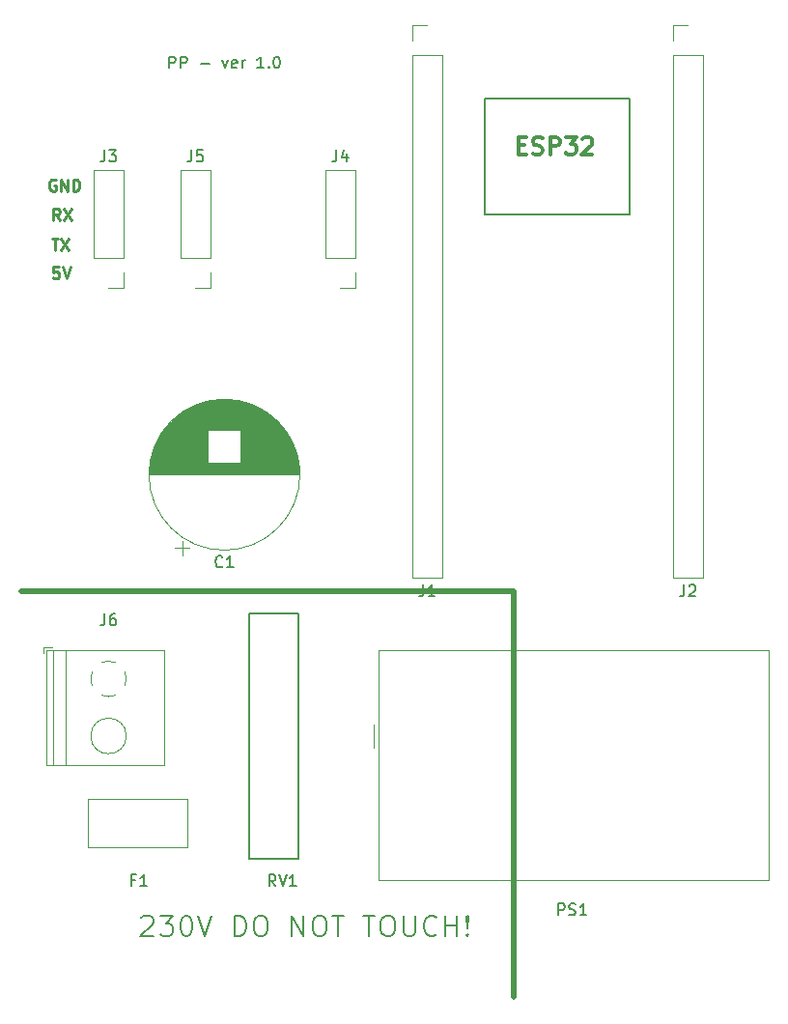
<source format=gbr>
%TF.GenerationSoftware,KiCad,Pcbnew,7.0.2*%
%TF.CreationDate,2023-04-25T18:44:45+02:00*%
%TF.ProjectId,em_schematic,656d5f73-6368-4656-9d61-7469632e6b69,rev?*%
%TF.SameCoordinates,Original*%
%TF.FileFunction,Legend,Top*%
%TF.FilePolarity,Positive*%
%FSLAX46Y46*%
G04 Gerber Fmt 4.6, Leading zero omitted, Abs format (unit mm)*
G04 Created by KiCad (PCBNEW 7.0.2) date 2023-04-25 18:44:45*
%MOMM*%
%LPD*%
G01*
G04 APERTURE LIST*
%ADD10C,0.300000*%
%ADD11C,0.200000*%
%ADD12C,0.250000*%
%ADD13C,0.150000*%
%ADD14C,0.500000*%
%ADD15C,0.120000*%
G04 APERTURE END LIST*
D10*
X134977142Y-82850714D02*
X135477142Y-82850714D01*
X135691428Y-83636428D02*
X134977142Y-83636428D01*
X134977142Y-83636428D02*
X134977142Y-82136428D01*
X134977142Y-82136428D02*
X135691428Y-82136428D01*
X136262857Y-83565000D02*
X136477143Y-83636428D01*
X136477143Y-83636428D02*
X136834285Y-83636428D01*
X136834285Y-83636428D02*
X136977143Y-83565000D01*
X136977143Y-83565000D02*
X137048571Y-83493571D01*
X137048571Y-83493571D02*
X137120000Y-83350714D01*
X137120000Y-83350714D02*
X137120000Y-83207857D01*
X137120000Y-83207857D02*
X137048571Y-83065000D01*
X137048571Y-83065000D02*
X136977143Y-82993571D01*
X136977143Y-82993571D02*
X136834285Y-82922142D01*
X136834285Y-82922142D02*
X136548571Y-82850714D01*
X136548571Y-82850714D02*
X136405714Y-82779285D01*
X136405714Y-82779285D02*
X136334285Y-82707857D01*
X136334285Y-82707857D02*
X136262857Y-82565000D01*
X136262857Y-82565000D02*
X136262857Y-82422142D01*
X136262857Y-82422142D02*
X136334285Y-82279285D01*
X136334285Y-82279285D02*
X136405714Y-82207857D01*
X136405714Y-82207857D02*
X136548571Y-82136428D01*
X136548571Y-82136428D02*
X136905714Y-82136428D01*
X136905714Y-82136428D02*
X137120000Y-82207857D01*
X137762856Y-83636428D02*
X137762856Y-82136428D01*
X137762856Y-82136428D02*
X138334285Y-82136428D01*
X138334285Y-82136428D02*
X138477142Y-82207857D01*
X138477142Y-82207857D02*
X138548571Y-82279285D01*
X138548571Y-82279285D02*
X138619999Y-82422142D01*
X138619999Y-82422142D02*
X138619999Y-82636428D01*
X138619999Y-82636428D02*
X138548571Y-82779285D01*
X138548571Y-82779285D02*
X138477142Y-82850714D01*
X138477142Y-82850714D02*
X138334285Y-82922142D01*
X138334285Y-82922142D02*
X137762856Y-82922142D01*
X139119999Y-82136428D02*
X140048571Y-82136428D01*
X140048571Y-82136428D02*
X139548571Y-82707857D01*
X139548571Y-82707857D02*
X139762856Y-82707857D01*
X139762856Y-82707857D02*
X139905714Y-82779285D01*
X139905714Y-82779285D02*
X139977142Y-82850714D01*
X139977142Y-82850714D02*
X140048571Y-82993571D01*
X140048571Y-82993571D02*
X140048571Y-83350714D01*
X140048571Y-83350714D02*
X139977142Y-83493571D01*
X139977142Y-83493571D02*
X139905714Y-83565000D01*
X139905714Y-83565000D02*
X139762856Y-83636428D01*
X139762856Y-83636428D02*
X139334285Y-83636428D01*
X139334285Y-83636428D02*
X139191428Y-83565000D01*
X139191428Y-83565000D02*
X139119999Y-83493571D01*
X140619999Y-82279285D02*
X140691427Y-82207857D01*
X140691427Y-82207857D02*
X140834285Y-82136428D01*
X140834285Y-82136428D02*
X141191427Y-82136428D01*
X141191427Y-82136428D02*
X141334285Y-82207857D01*
X141334285Y-82207857D02*
X141405713Y-82279285D01*
X141405713Y-82279285D02*
X141477142Y-82422142D01*
X141477142Y-82422142D02*
X141477142Y-82565000D01*
X141477142Y-82565000D02*
X141405713Y-82779285D01*
X141405713Y-82779285D02*
X140548570Y-83636428D01*
X140548570Y-83636428D02*
X141477142Y-83636428D01*
D11*
X132080000Y-78740000D02*
X144780000Y-78740000D01*
X144780000Y-88900000D01*
X132080000Y-88900000D01*
X132080000Y-78740000D01*
D12*
X94694285Y-93530186D02*
X94218095Y-93530186D01*
X94218095Y-93530186D02*
X94170476Y-94006376D01*
X94170476Y-94006376D02*
X94218095Y-93958757D01*
X94218095Y-93958757D02*
X94313333Y-93911138D01*
X94313333Y-93911138D02*
X94551428Y-93911138D01*
X94551428Y-93911138D02*
X94646666Y-93958757D01*
X94646666Y-93958757D02*
X94694285Y-94006376D01*
X94694285Y-94006376D02*
X94741904Y-94101614D01*
X94741904Y-94101614D02*
X94741904Y-94339709D01*
X94741904Y-94339709D02*
X94694285Y-94434947D01*
X94694285Y-94434947D02*
X94646666Y-94482567D01*
X94646666Y-94482567D02*
X94551428Y-94530186D01*
X94551428Y-94530186D02*
X94313333Y-94530186D01*
X94313333Y-94530186D02*
X94218095Y-94482567D01*
X94218095Y-94482567D02*
X94170476Y-94434947D01*
X95027619Y-93530186D02*
X95360952Y-94530186D01*
X95360952Y-94530186D02*
X95694285Y-93530186D01*
X94075238Y-91041623D02*
X94646666Y-91041623D01*
X94360952Y-92041623D02*
X94360952Y-91041623D01*
X94884762Y-91041623D02*
X95551428Y-92041623D01*
X95551428Y-91041623D02*
X94884762Y-92041623D01*
X94789523Y-89406674D02*
X94456190Y-88930483D01*
X94218095Y-89406674D02*
X94218095Y-88406674D01*
X94218095Y-88406674D02*
X94599047Y-88406674D01*
X94599047Y-88406674D02*
X94694285Y-88454293D01*
X94694285Y-88454293D02*
X94741904Y-88501912D01*
X94741904Y-88501912D02*
X94789523Y-88597150D01*
X94789523Y-88597150D02*
X94789523Y-88740007D01*
X94789523Y-88740007D02*
X94741904Y-88835245D01*
X94741904Y-88835245D02*
X94694285Y-88882864D01*
X94694285Y-88882864D02*
X94599047Y-88930483D01*
X94599047Y-88930483D02*
X94218095Y-88930483D01*
X95122857Y-88406674D02*
X95789523Y-89406674D01*
X95789523Y-88406674D02*
X95122857Y-89406674D01*
X94427376Y-85892538D02*
X94332138Y-85844919D01*
X94332138Y-85844919D02*
X94189281Y-85844919D01*
X94189281Y-85844919D02*
X94046424Y-85892538D01*
X94046424Y-85892538D02*
X93951186Y-85987776D01*
X93951186Y-85987776D02*
X93903567Y-86083014D01*
X93903567Y-86083014D02*
X93855948Y-86273490D01*
X93855948Y-86273490D02*
X93855948Y-86416347D01*
X93855948Y-86416347D02*
X93903567Y-86606823D01*
X93903567Y-86606823D02*
X93951186Y-86702061D01*
X93951186Y-86702061D02*
X94046424Y-86797300D01*
X94046424Y-86797300D02*
X94189281Y-86844919D01*
X94189281Y-86844919D02*
X94284519Y-86844919D01*
X94284519Y-86844919D02*
X94427376Y-86797300D01*
X94427376Y-86797300D02*
X94474995Y-86749680D01*
X94474995Y-86749680D02*
X94474995Y-86416347D01*
X94474995Y-86416347D02*
X94284519Y-86416347D01*
X94903567Y-86844919D02*
X94903567Y-85844919D01*
X94903567Y-85844919D02*
X95474995Y-86844919D01*
X95474995Y-86844919D02*
X95474995Y-85844919D01*
X95951186Y-86844919D02*
X95951186Y-85844919D01*
X95951186Y-85844919D02*
X96189281Y-85844919D01*
X96189281Y-85844919D02*
X96332138Y-85892538D01*
X96332138Y-85892538D02*
X96427376Y-85987776D01*
X96427376Y-85987776D02*
X96474995Y-86083014D01*
X96474995Y-86083014D02*
X96522614Y-86273490D01*
X96522614Y-86273490D02*
X96522614Y-86416347D01*
X96522614Y-86416347D02*
X96474995Y-86606823D01*
X96474995Y-86606823D02*
X96427376Y-86702061D01*
X96427376Y-86702061D02*
X96332138Y-86797300D01*
X96332138Y-86797300D02*
X96189281Y-86844919D01*
X96189281Y-86844919D02*
X95951186Y-86844919D01*
D13*
X104378095Y-76077619D02*
X104378095Y-75077619D01*
X104378095Y-75077619D02*
X104759047Y-75077619D01*
X104759047Y-75077619D02*
X104854285Y-75125238D01*
X104854285Y-75125238D02*
X104901904Y-75172857D01*
X104901904Y-75172857D02*
X104949523Y-75268095D01*
X104949523Y-75268095D02*
X104949523Y-75410952D01*
X104949523Y-75410952D02*
X104901904Y-75506190D01*
X104901904Y-75506190D02*
X104854285Y-75553809D01*
X104854285Y-75553809D02*
X104759047Y-75601428D01*
X104759047Y-75601428D02*
X104378095Y-75601428D01*
X105378095Y-76077619D02*
X105378095Y-75077619D01*
X105378095Y-75077619D02*
X105759047Y-75077619D01*
X105759047Y-75077619D02*
X105854285Y-75125238D01*
X105854285Y-75125238D02*
X105901904Y-75172857D01*
X105901904Y-75172857D02*
X105949523Y-75268095D01*
X105949523Y-75268095D02*
X105949523Y-75410952D01*
X105949523Y-75410952D02*
X105901904Y-75506190D01*
X105901904Y-75506190D02*
X105854285Y-75553809D01*
X105854285Y-75553809D02*
X105759047Y-75601428D01*
X105759047Y-75601428D02*
X105378095Y-75601428D01*
X107140000Y-75696666D02*
X107901905Y-75696666D01*
X109044762Y-75410952D02*
X109282857Y-76077619D01*
X109282857Y-76077619D02*
X109520952Y-75410952D01*
X110282857Y-76030000D02*
X110187619Y-76077619D01*
X110187619Y-76077619D02*
X109997143Y-76077619D01*
X109997143Y-76077619D02*
X109901905Y-76030000D01*
X109901905Y-76030000D02*
X109854286Y-75934761D01*
X109854286Y-75934761D02*
X109854286Y-75553809D01*
X109854286Y-75553809D02*
X109901905Y-75458571D01*
X109901905Y-75458571D02*
X109997143Y-75410952D01*
X109997143Y-75410952D02*
X110187619Y-75410952D01*
X110187619Y-75410952D02*
X110282857Y-75458571D01*
X110282857Y-75458571D02*
X110330476Y-75553809D01*
X110330476Y-75553809D02*
X110330476Y-75649047D01*
X110330476Y-75649047D02*
X109854286Y-75744285D01*
X110759048Y-76077619D02*
X110759048Y-75410952D01*
X110759048Y-75601428D02*
X110806667Y-75506190D01*
X110806667Y-75506190D02*
X110854286Y-75458571D01*
X110854286Y-75458571D02*
X110949524Y-75410952D01*
X110949524Y-75410952D02*
X111044762Y-75410952D01*
X112663810Y-76077619D02*
X112092382Y-76077619D01*
X112378096Y-76077619D02*
X112378096Y-75077619D01*
X112378096Y-75077619D02*
X112282858Y-75220476D01*
X112282858Y-75220476D02*
X112187620Y-75315714D01*
X112187620Y-75315714D02*
X112092382Y-75363333D01*
X113092382Y-75982380D02*
X113140001Y-76030000D01*
X113140001Y-76030000D02*
X113092382Y-76077619D01*
X113092382Y-76077619D02*
X113044763Y-76030000D01*
X113044763Y-76030000D02*
X113092382Y-75982380D01*
X113092382Y-75982380D02*
X113092382Y-76077619D01*
X113759048Y-75077619D02*
X113854286Y-75077619D01*
X113854286Y-75077619D02*
X113949524Y-75125238D01*
X113949524Y-75125238D02*
X113997143Y-75172857D01*
X113997143Y-75172857D02*
X114044762Y-75268095D01*
X114044762Y-75268095D02*
X114092381Y-75458571D01*
X114092381Y-75458571D02*
X114092381Y-75696666D01*
X114092381Y-75696666D02*
X114044762Y-75887142D01*
X114044762Y-75887142D02*
X113997143Y-75982380D01*
X113997143Y-75982380D02*
X113949524Y-76030000D01*
X113949524Y-76030000D02*
X113854286Y-76077619D01*
X113854286Y-76077619D02*
X113759048Y-76077619D01*
X113759048Y-76077619D02*
X113663810Y-76030000D01*
X113663810Y-76030000D02*
X113616191Y-75982380D01*
X113616191Y-75982380D02*
X113568572Y-75887142D01*
X113568572Y-75887142D02*
X113520953Y-75696666D01*
X113520953Y-75696666D02*
X113520953Y-75458571D01*
X113520953Y-75458571D02*
X113568572Y-75268095D01*
X113568572Y-75268095D02*
X113616191Y-75172857D01*
X113616191Y-75172857D02*
X113663810Y-75125238D01*
X113663810Y-75125238D02*
X113759048Y-75077619D01*
D11*
X101942857Y-150551142D02*
X102028571Y-150465428D01*
X102028571Y-150465428D02*
X102200000Y-150379714D01*
X102200000Y-150379714D02*
X102628571Y-150379714D01*
X102628571Y-150379714D02*
X102800000Y-150465428D01*
X102800000Y-150465428D02*
X102885714Y-150551142D01*
X102885714Y-150551142D02*
X102971428Y-150722571D01*
X102971428Y-150722571D02*
X102971428Y-150894000D01*
X102971428Y-150894000D02*
X102885714Y-151151142D01*
X102885714Y-151151142D02*
X101857142Y-152179714D01*
X101857142Y-152179714D02*
X102971428Y-152179714D01*
X103571428Y-150379714D02*
X104685714Y-150379714D01*
X104685714Y-150379714D02*
X104085714Y-151065428D01*
X104085714Y-151065428D02*
X104342857Y-151065428D01*
X104342857Y-151065428D02*
X104514286Y-151151142D01*
X104514286Y-151151142D02*
X104600000Y-151236857D01*
X104600000Y-151236857D02*
X104685714Y-151408285D01*
X104685714Y-151408285D02*
X104685714Y-151836857D01*
X104685714Y-151836857D02*
X104600000Y-152008285D01*
X104600000Y-152008285D02*
X104514286Y-152094000D01*
X104514286Y-152094000D02*
X104342857Y-152179714D01*
X104342857Y-152179714D02*
X103828571Y-152179714D01*
X103828571Y-152179714D02*
X103657143Y-152094000D01*
X103657143Y-152094000D02*
X103571428Y-152008285D01*
X105800000Y-150379714D02*
X105971429Y-150379714D01*
X105971429Y-150379714D02*
X106142857Y-150465428D01*
X106142857Y-150465428D02*
X106228572Y-150551142D01*
X106228572Y-150551142D02*
X106314286Y-150722571D01*
X106314286Y-150722571D02*
X106400000Y-151065428D01*
X106400000Y-151065428D02*
X106400000Y-151494000D01*
X106400000Y-151494000D02*
X106314286Y-151836857D01*
X106314286Y-151836857D02*
X106228572Y-152008285D01*
X106228572Y-152008285D02*
X106142857Y-152094000D01*
X106142857Y-152094000D02*
X105971429Y-152179714D01*
X105971429Y-152179714D02*
X105800000Y-152179714D01*
X105800000Y-152179714D02*
X105628572Y-152094000D01*
X105628572Y-152094000D02*
X105542857Y-152008285D01*
X105542857Y-152008285D02*
X105457143Y-151836857D01*
X105457143Y-151836857D02*
X105371429Y-151494000D01*
X105371429Y-151494000D02*
X105371429Y-151065428D01*
X105371429Y-151065428D02*
X105457143Y-150722571D01*
X105457143Y-150722571D02*
X105542857Y-150551142D01*
X105542857Y-150551142D02*
X105628572Y-150465428D01*
X105628572Y-150465428D02*
X105800000Y-150379714D01*
X106914286Y-150379714D02*
X107514286Y-152179714D01*
X107514286Y-152179714D02*
X108114286Y-150379714D01*
X110085715Y-152179714D02*
X110085715Y-150379714D01*
X110085715Y-150379714D02*
X110514286Y-150379714D01*
X110514286Y-150379714D02*
X110771429Y-150465428D01*
X110771429Y-150465428D02*
X110942858Y-150636857D01*
X110942858Y-150636857D02*
X111028572Y-150808285D01*
X111028572Y-150808285D02*
X111114286Y-151151142D01*
X111114286Y-151151142D02*
X111114286Y-151408285D01*
X111114286Y-151408285D02*
X111028572Y-151751142D01*
X111028572Y-151751142D02*
X110942858Y-151922571D01*
X110942858Y-151922571D02*
X110771429Y-152094000D01*
X110771429Y-152094000D02*
X110514286Y-152179714D01*
X110514286Y-152179714D02*
X110085715Y-152179714D01*
X112228572Y-150379714D02*
X112571429Y-150379714D01*
X112571429Y-150379714D02*
X112742858Y-150465428D01*
X112742858Y-150465428D02*
X112914286Y-150636857D01*
X112914286Y-150636857D02*
X113000001Y-150979714D01*
X113000001Y-150979714D02*
X113000001Y-151579714D01*
X113000001Y-151579714D02*
X112914286Y-151922571D01*
X112914286Y-151922571D02*
X112742858Y-152094000D01*
X112742858Y-152094000D02*
X112571429Y-152179714D01*
X112571429Y-152179714D02*
X112228572Y-152179714D01*
X112228572Y-152179714D02*
X112057144Y-152094000D01*
X112057144Y-152094000D02*
X111885715Y-151922571D01*
X111885715Y-151922571D02*
X111800001Y-151579714D01*
X111800001Y-151579714D02*
X111800001Y-150979714D01*
X111800001Y-150979714D02*
X111885715Y-150636857D01*
X111885715Y-150636857D02*
X112057144Y-150465428D01*
X112057144Y-150465428D02*
X112228572Y-150379714D01*
X115142858Y-152179714D02*
X115142858Y-150379714D01*
X115142858Y-150379714D02*
X116171429Y-152179714D01*
X116171429Y-152179714D02*
X116171429Y-150379714D01*
X117371429Y-150379714D02*
X117714286Y-150379714D01*
X117714286Y-150379714D02*
X117885715Y-150465428D01*
X117885715Y-150465428D02*
X118057143Y-150636857D01*
X118057143Y-150636857D02*
X118142858Y-150979714D01*
X118142858Y-150979714D02*
X118142858Y-151579714D01*
X118142858Y-151579714D02*
X118057143Y-151922571D01*
X118057143Y-151922571D02*
X117885715Y-152094000D01*
X117885715Y-152094000D02*
X117714286Y-152179714D01*
X117714286Y-152179714D02*
X117371429Y-152179714D01*
X117371429Y-152179714D02*
X117200001Y-152094000D01*
X117200001Y-152094000D02*
X117028572Y-151922571D01*
X117028572Y-151922571D02*
X116942858Y-151579714D01*
X116942858Y-151579714D02*
X116942858Y-150979714D01*
X116942858Y-150979714D02*
X117028572Y-150636857D01*
X117028572Y-150636857D02*
X117200001Y-150465428D01*
X117200001Y-150465428D02*
X117371429Y-150379714D01*
X118657143Y-150379714D02*
X119685715Y-150379714D01*
X119171429Y-152179714D02*
X119171429Y-150379714D01*
X121400001Y-150379714D02*
X122428573Y-150379714D01*
X121914287Y-152179714D02*
X121914287Y-150379714D01*
X123371430Y-150379714D02*
X123714287Y-150379714D01*
X123714287Y-150379714D02*
X123885716Y-150465428D01*
X123885716Y-150465428D02*
X124057144Y-150636857D01*
X124057144Y-150636857D02*
X124142859Y-150979714D01*
X124142859Y-150979714D02*
X124142859Y-151579714D01*
X124142859Y-151579714D02*
X124057144Y-151922571D01*
X124057144Y-151922571D02*
X123885716Y-152094000D01*
X123885716Y-152094000D02*
X123714287Y-152179714D01*
X123714287Y-152179714D02*
X123371430Y-152179714D01*
X123371430Y-152179714D02*
X123200002Y-152094000D01*
X123200002Y-152094000D02*
X123028573Y-151922571D01*
X123028573Y-151922571D02*
X122942859Y-151579714D01*
X122942859Y-151579714D02*
X122942859Y-150979714D01*
X122942859Y-150979714D02*
X123028573Y-150636857D01*
X123028573Y-150636857D02*
X123200002Y-150465428D01*
X123200002Y-150465428D02*
X123371430Y-150379714D01*
X124914287Y-150379714D02*
X124914287Y-151836857D01*
X124914287Y-151836857D02*
X125000001Y-152008285D01*
X125000001Y-152008285D02*
X125085716Y-152094000D01*
X125085716Y-152094000D02*
X125257144Y-152179714D01*
X125257144Y-152179714D02*
X125600001Y-152179714D01*
X125600001Y-152179714D02*
X125771430Y-152094000D01*
X125771430Y-152094000D02*
X125857144Y-152008285D01*
X125857144Y-152008285D02*
X125942858Y-151836857D01*
X125942858Y-151836857D02*
X125942858Y-150379714D01*
X127828572Y-152008285D02*
X127742858Y-152094000D01*
X127742858Y-152094000D02*
X127485715Y-152179714D01*
X127485715Y-152179714D02*
X127314287Y-152179714D01*
X127314287Y-152179714D02*
X127057144Y-152094000D01*
X127057144Y-152094000D02*
X126885715Y-151922571D01*
X126885715Y-151922571D02*
X126800001Y-151751142D01*
X126800001Y-151751142D02*
X126714287Y-151408285D01*
X126714287Y-151408285D02*
X126714287Y-151151142D01*
X126714287Y-151151142D02*
X126800001Y-150808285D01*
X126800001Y-150808285D02*
X126885715Y-150636857D01*
X126885715Y-150636857D02*
X127057144Y-150465428D01*
X127057144Y-150465428D02*
X127314287Y-150379714D01*
X127314287Y-150379714D02*
X127485715Y-150379714D01*
X127485715Y-150379714D02*
X127742858Y-150465428D01*
X127742858Y-150465428D02*
X127828572Y-150551142D01*
X128600001Y-152179714D02*
X128600001Y-150379714D01*
X128600001Y-151236857D02*
X129628572Y-151236857D01*
X129628572Y-152179714D02*
X129628572Y-150379714D01*
X130485715Y-152008285D02*
X130571429Y-152094000D01*
X130571429Y-152094000D02*
X130485715Y-152179714D01*
X130485715Y-152179714D02*
X130400001Y-152094000D01*
X130400001Y-152094000D02*
X130485715Y-152008285D01*
X130485715Y-152008285D02*
X130485715Y-152179714D01*
X130485715Y-151494000D02*
X130400001Y-150465428D01*
X130400001Y-150465428D02*
X130485715Y-150379714D01*
X130485715Y-150379714D02*
X130571429Y-150465428D01*
X130571429Y-150465428D02*
X130485715Y-151494000D01*
X130485715Y-151494000D02*
X130485715Y-150379714D01*
D14*
X134620000Y-121920000D02*
X134620000Y-157480000D01*
X91440000Y-121920000D02*
X134620000Y-121920000D01*
D13*
%TO.C,C1*%
X109053333Y-119747380D02*
X109005714Y-119795000D01*
X109005714Y-119795000D02*
X108862857Y-119842619D01*
X108862857Y-119842619D02*
X108767619Y-119842619D01*
X108767619Y-119842619D02*
X108624762Y-119795000D01*
X108624762Y-119795000D02*
X108529524Y-119699761D01*
X108529524Y-119699761D02*
X108481905Y-119604523D01*
X108481905Y-119604523D02*
X108434286Y-119414047D01*
X108434286Y-119414047D02*
X108434286Y-119271190D01*
X108434286Y-119271190D02*
X108481905Y-119080714D01*
X108481905Y-119080714D02*
X108529524Y-118985476D01*
X108529524Y-118985476D02*
X108624762Y-118890238D01*
X108624762Y-118890238D02*
X108767619Y-118842619D01*
X108767619Y-118842619D02*
X108862857Y-118842619D01*
X108862857Y-118842619D02*
X109005714Y-118890238D01*
X109005714Y-118890238D02*
X109053333Y-118937857D01*
X110005714Y-119842619D02*
X109434286Y-119842619D01*
X109720000Y-119842619D02*
X109720000Y-118842619D01*
X109720000Y-118842619D02*
X109624762Y-118985476D01*
X109624762Y-118985476D02*
X109529524Y-119080714D01*
X109529524Y-119080714D02*
X109434286Y-119128333D01*
%TO.C,J6*%
X98726666Y-123922619D02*
X98726666Y-124636904D01*
X98726666Y-124636904D02*
X98679047Y-124779761D01*
X98679047Y-124779761D02*
X98583809Y-124875000D01*
X98583809Y-124875000D02*
X98440952Y-124922619D01*
X98440952Y-124922619D02*
X98345714Y-124922619D01*
X99631428Y-123922619D02*
X99440952Y-123922619D01*
X99440952Y-123922619D02*
X99345714Y-123970238D01*
X99345714Y-123970238D02*
X99298095Y-124017857D01*
X99298095Y-124017857D02*
X99202857Y-124160714D01*
X99202857Y-124160714D02*
X99155238Y-124351190D01*
X99155238Y-124351190D02*
X99155238Y-124732142D01*
X99155238Y-124732142D02*
X99202857Y-124827380D01*
X99202857Y-124827380D02*
X99250476Y-124875000D01*
X99250476Y-124875000D02*
X99345714Y-124922619D01*
X99345714Y-124922619D02*
X99536190Y-124922619D01*
X99536190Y-124922619D02*
X99631428Y-124875000D01*
X99631428Y-124875000D02*
X99679047Y-124827380D01*
X99679047Y-124827380D02*
X99726666Y-124732142D01*
X99726666Y-124732142D02*
X99726666Y-124494047D01*
X99726666Y-124494047D02*
X99679047Y-124398809D01*
X99679047Y-124398809D02*
X99631428Y-124351190D01*
X99631428Y-124351190D02*
X99536190Y-124303571D01*
X99536190Y-124303571D02*
X99345714Y-124303571D01*
X99345714Y-124303571D02*
X99250476Y-124351190D01*
X99250476Y-124351190D02*
X99202857Y-124398809D01*
X99202857Y-124398809D02*
X99155238Y-124494047D01*
%TO.C,RV1*%
X113704761Y-147782619D02*
X113371428Y-147306428D01*
X113133333Y-147782619D02*
X113133333Y-146782619D01*
X113133333Y-146782619D02*
X113514285Y-146782619D01*
X113514285Y-146782619D02*
X113609523Y-146830238D01*
X113609523Y-146830238D02*
X113657142Y-146877857D01*
X113657142Y-146877857D02*
X113704761Y-146973095D01*
X113704761Y-146973095D02*
X113704761Y-147115952D01*
X113704761Y-147115952D02*
X113657142Y-147211190D01*
X113657142Y-147211190D02*
X113609523Y-147258809D01*
X113609523Y-147258809D02*
X113514285Y-147306428D01*
X113514285Y-147306428D02*
X113133333Y-147306428D01*
X113990476Y-146782619D02*
X114323809Y-147782619D01*
X114323809Y-147782619D02*
X114657142Y-146782619D01*
X115514285Y-147782619D02*
X114942857Y-147782619D01*
X115228571Y-147782619D02*
X115228571Y-146782619D01*
X115228571Y-146782619D02*
X115133333Y-146925476D01*
X115133333Y-146925476D02*
X115038095Y-147020714D01*
X115038095Y-147020714D02*
X114942857Y-147068333D01*
%TO.C,J4*%
X119046666Y-83282619D02*
X119046666Y-83996904D01*
X119046666Y-83996904D02*
X118999047Y-84139761D01*
X118999047Y-84139761D02*
X118903809Y-84235000D01*
X118903809Y-84235000D02*
X118760952Y-84282619D01*
X118760952Y-84282619D02*
X118665714Y-84282619D01*
X119951428Y-83615952D02*
X119951428Y-84282619D01*
X119713333Y-83235000D02*
X119475238Y-83949285D01*
X119475238Y-83949285D02*
X120094285Y-83949285D01*
%TO.C,J5*%
X106346666Y-83282619D02*
X106346666Y-83996904D01*
X106346666Y-83996904D02*
X106299047Y-84139761D01*
X106299047Y-84139761D02*
X106203809Y-84235000D01*
X106203809Y-84235000D02*
X106060952Y-84282619D01*
X106060952Y-84282619D02*
X105965714Y-84282619D01*
X107299047Y-83282619D02*
X106822857Y-83282619D01*
X106822857Y-83282619D02*
X106775238Y-83758809D01*
X106775238Y-83758809D02*
X106822857Y-83711190D01*
X106822857Y-83711190D02*
X106918095Y-83663571D01*
X106918095Y-83663571D02*
X107156190Y-83663571D01*
X107156190Y-83663571D02*
X107251428Y-83711190D01*
X107251428Y-83711190D02*
X107299047Y-83758809D01*
X107299047Y-83758809D02*
X107346666Y-83854047D01*
X107346666Y-83854047D02*
X107346666Y-84092142D01*
X107346666Y-84092142D02*
X107299047Y-84187380D01*
X107299047Y-84187380D02*
X107251428Y-84235000D01*
X107251428Y-84235000D02*
X107156190Y-84282619D01*
X107156190Y-84282619D02*
X106918095Y-84282619D01*
X106918095Y-84282619D02*
X106822857Y-84235000D01*
X106822857Y-84235000D02*
X106775238Y-84187380D01*
%TO.C,J2*%
X149526666Y-121382619D02*
X149526666Y-122096904D01*
X149526666Y-122096904D02*
X149479047Y-122239761D01*
X149479047Y-122239761D02*
X149383809Y-122335000D01*
X149383809Y-122335000D02*
X149240952Y-122382619D01*
X149240952Y-122382619D02*
X149145714Y-122382619D01*
X149955238Y-121477857D02*
X150002857Y-121430238D01*
X150002857Y-121430238D02*
X150098095Y-121382619D01*
X150098095Y-121382619D02*
X150336190Y-121382619D01*
X150336190Y-121382619D02*
X150431428Y-121430238D01*
X150431428Y-121430238D02*
X150479047Y-121477857D01*
X150479047Y-121477857D02*
X150526666Y-121573095D01*
X150526666Y-121573095D02*
X150526666Y-121668333D01*
X150526666Y-121668333D02*
X150479047Y-121811190D01*
X150479047Y-121811190D02*
X149907619Y-122382619D01*
X149907619Y-122382619D02*
X150526666Y-122382619D01*
%TO.C,J1*%
X126666666Y-121382619D02*
X126666666Y-122096904D01*
X126666666Y-122096904D02*
X126619047Y-122239761D01*
X126619047Y-122239761D02*
X126523809Y-122335000D01*
X126523809Y-122335000D02*
X126380952Y-122382619D01*
X126380952Y-122382619D02*
X126285714Y-122382619D01*
X127666666Y-122382619D02*
X127095238Y-122382619D01*
X127380952Y-122382619D02*
X127380952Y-121382619D01*
X127380952Y-121382619D02*
X127285714Y-121525476D01*
X127285714Y-121525476D02*
X127190476Y-121620714D01*
X127190476Y-121620714D02*
X127095238Y-121668333D01*
%TO.C,F1*%
X101376666Y-147258809D02*
X101043333Y-147258809D01*
X101043333Y-147782619D02*
X101043333Y-146782619D01*
X101043333Y-146782619D02*
X101519523Y-146782619D01*
X102424285Y-147782619D02*
X101852857Y-147782619D01*
X102138571Y-147782619D02*
X102138571Y-146782619D01*
X102138571Y-146782619D02*
X102043333Y-146925476D01*
X102043333Y-146925476D02*
X101948095Y-147020714D01*
X101948095Y-147020714D02*
X101852857Y-147068333D01*
%TO.C,J3*%
X98726666Y-83282619D02*
X98726666Y-83996904D01*
X98726666Y-83996904D02*
X98679047Y-84139761D01*
X98679047Y-84139761D02*
X98583809Y-84235000D01*
X98583809Y-84235000D02*
X98440952Y-84282619D01*
X98440952Y-84282619D02*
X98345714Y-84282619D01*
X99107619Y-83282619D02*
X99726666Y-83282619D01*
X99726666Y-83282619D02*
X99393333Y-83663571D01*
X99393333Y-83663571D02*
X99536190Y-83663571D01*
X99536190Y-83663571D02*
X99631428Y-83711190D01*
X99631428Y-83711190D02*
X99679047Y-83758809D01*
X99679047Y-83758809D02*
X99726666Y-83854047D01*
X99726666Y-83854047D02*
X99726666Y-84092142D01*
X99726666Y-84092142D02*
X99679047Y-84187380D01*
X99679047Y-84187380D02*
X99631428Y-84235000D01*
X99631428Y-84235000D02*
X99536190Y-84282619D01*
X99536190Y-84282619D02*
X99250476Y-84282619D01*
X99250476Y-84282619D02*
X99155238Y-84235000D01*
X99155238Y-84235000D02*
X99107619Y-84187380D01*
%TO.C,PS1*%
X138485714Y-150322619D02*
X138485714Y-149322619D01*
X138485714Y-149322619D02*
X138866666Y-149322619D01*
X138866666Y-149322619D02*
X138961904Y-149370238D01*
X138961904Y-149370238D02*
X139009523Y-149417857D01*
X139009523Y-149417857D02*
X139057142Y-149513095D01*
X139057142Y-149513095D02*
X139057142Y-149655952D01*
X139057142Y-149655952D02*
X139009523Y-149751190D01*
X139009523Y-149751190D02*
X138961904Y-149798809D01*
X138961904Y-149798809D02*
X138866666Y-149846428D01*
X138866666Y-149846428D02*
X138485714Y-149846428D01*
X139438095Y-150275000D02*
X139580952Y-150322619D01*
X139580952Y-150322619D02*
X139819047Y-150322619D01*
X139819047Y-150322619D02*
X139914285Y-150275000D01*
X139914285Y-150275000D02*
X139961904Y-150227380D01*
X139961904Y-150227380D02*
X140009523Y-150132142D01*
X140009523Y-150132142D02*
X140009523Y-150036904D01*
X140009523Y-150036904D02*
X139961904Y-149941666D01*
X139961904Y-149941666D02*
X139914285Y-149894047D01*
X139914285Y-149894047D02*
X139819047Y-149846428D01*
X139819047Y-149846428D02*
X139628571Y-149798809D01*
X139628571Y-149798809D02*
X139533333Y-149751190D01*
X139533333Y-149751190D02*
X139485714Y-149703571D01*
X139485714Y-149703571D02*
X139438095Y-149608333D01*
X139438095Y-149608333D02*
X139438095Y-149513095D01*
X139438095Y-149513095D02*
X139485714Y-149417857D01*
X139485714Y-149417857D02*
X139533333Y-149370238D01*
X139533333Y-149370238D02*
X139628571Y-149322619D01*
X139628571Y-149322619D02*
X139866666Y-149322619D01*
X139866666Y-149322619D02*
X140009523Y-149370238D01*
X140961904Y-150322619D02*
X140390476Y-150322619D01*
X140676190Y-150322619D02*
X140676190Y-149322619D01*
X140676190Y-149322619D02*
X140580952Y-149465476D01*
X140580952Y-149465476D02*
X140485714Y-149560714D01*
X140485714Y-149560714D02*
X140390476Y-149608333D01*
D15*
%TO.C,C1*%
X105505000Y-118804569D02*
X105505000Y-117504569D01*
X104855000Y-118154569D02*
X106155000Y-118154569D01*
X102640000Y-111720000D02*
X115800000Y-111720000D01*
X102640000Y-111680000D02*
X115800000Y-111680000D01*
X102640000Y-111640000D02*
X115800000Y-111640000D01*
X102641000Y-111600000D02*
X115799000Y-111600000D01*
X102641000Y-111560000D02*
X115799000Y-111560000D01*
X102643000Y-111520000D02*
X115797000Y-111520000D01*
X102644000Y-111480000D02*
X115796000Y-111480000D01*
X102645000Y-111440000D02*
X115795000Y-111440000D01*
X102647000Y-111400000D02*
X115793000Y-111400000D01*
X102649000Y-111360000D02*
X115791000Y-111360000D01*
X102652000Y-111320000D02*
X115788000Y-111320000D01*
X102654000Y-111280000D02*
X115786000Y-111280000D01*
X102657000Y-111240000D02*
X115783000Y-111240000D01*
X102660000Y-111200000D02*
X115780000Y-111200000D01*
X102663000Y-111160000D02*
X115777000Y-111160000D01*
X102667000Y-111120000D02*
X115773000Y-111120000D01*
X102671000Y-111080000D02*
X115769000Y-111080000D01*
X102675000Y-111040000D02*
X115765000Y-111040000D01*
X102679000Y-110999000D02*
X115761000Y-110999000D01*
X102683000Y-110959000D02*
X115757000Y-110959000D01*
X102688000Y-110919000D02*
X115752000Y-110919000D01*
X102693000Y-110879000D02*
X115747000Y-110879000D01*
X102698000Y-110839000D02*
X115742000Y-110839000D01*
X102704000Y-110799000D02*
X115736000Y-110799000D01*
X102709000Y-110759000D02*
X115731000Y-110759000D01*
X102715000Y-110719000D02*
X115725000Y-110719000D01*
X102722000Y-110679000D02*
X115718000Y-110679000D01*
X102728000Y-110639000D02*
X107780000Y-110639000D01*
X110660000Y-110639000D02*
X115712000Y-110639000D01*
X102735000Y-110599000D02*
X107780000Y-110599000D01*
X110660000Y-110599000D02*
X115705000Y-110599000D01*
X102742000Y-110559000D02*
X107780000Y-110559000D01*
X110660000Y-110559000D02*
X115698000Y-110559000D01*
X102749000Y-110519000D02*
X107780000Y-110519000D01*
X110660000Y-110519000D02*
X115691000Y-110519000D01*
X102757000Y-110479000D02*
X107780000Y-110479000D01*
X110660000Y-110479000D02*
X115683000Y-110479000D01*
X102764000Y-110439000D02*
X107780000Y-110439000D01*
X110660000Y-110439000D02*
X115676000Y-110439000D01*
X102772000Y-110399000D02*
X107780000Y-110399000D01*
X110660000Y-110399000D02*
X115668000Y-110399000D01*
X102781000Y-110359000D02*
X107780000Y-110359000D01*
X110660000Y-110359000D02*
X115659000Y-110359000D01*
X102789000Y-110319000D02*
X107780000Y-110319000D01*
X110660000Y-110319000D02*
X115651000Y-110319000D01*
X102798000Y-110279000D02*
X107780000Y-110279000D01*
X110660000Y-110279000D02*
X115642000Y-110279000D01*
X102807000Y-110239000D02*
X107780000Y-110239000D01*
X110660000Y-110239000D02*
X115633000Y-110239000D01*
X102816000Y-110199000D02*
X107780000Y-110199000D01*
X110660000Y-110199000D02*
X115624000Y-110199000D01*
X102826000Y-110159000D02*
X107780000Y-110159000D01*
X110660000Y-110159000D02*
X115614000Y-110159000D01*
X102836000Y-110119000D02*
X107780000Y-110119000D01*
X110660000Y-110119000D02*
X115604000Y-110119000D01*
X102846000Y-110079000D02*
X107780000Y-110079000D01*
X110660000Y-110079000D02*
X115594000Y-110079000D01*
X102856000Y-110039000D02*
X107780000Y-110039000D01*
X110660000Y-110039000D02*
X115584000Y-110039000D01*
X102867000Y-109999000D02*
X107780000Y-109999000D01*
X110660000Y-109999000D02*
X115573000Y-109999000D01*
X102878000Y-109959000D02*
X107780000Y-109959000D01*
X110660000Y-109959000D02*
X115562000Y-109959000D01*
X102889000Y-109919000D02*
X107780000Y-109919000D01*
X110660000Y-109919000D02*
X115551000Y-109919000D01*
X102900000Y-109879000D02*
X107780000Y-109879000D01*
X110660000Y-109879000D02*
X115540000Y-109879000D01*
X102912000Y-109839000D02*
X107780000Y-109839000D01*
X110660000Y-109839000D02*
X115528000Y-109839000D01*
X102924000Y-109799000D02*
X107780000Y-109799000D01*
X110660000Y-109799000D02*
X115516000Y-109799000D01*
X102936000Y-109759000D02*
X107780000Y-109759000D01*
X110660000Y-109759000D02*
X115504000Y-109759000D01*
X102949000Y-109719000D02*
X107780000Y-109719000D01*
X110660000Y-109719000D02*
X115491000Y-109719000D01*
X102962000Y-109679000D02*
X107780000Y-109679000D01*
X110660000Y-109679000D02*
X115478000Y-109679000D01*
X102975000Y-109639000D02*
X107780000Y-109639000D01*
X110660000Y-109639000D02*
X115465000Y-109639000D01*
X102988000Y-109599000D02*
X107780000Y-109599000D01*
X110660000Y-109599000D02*
X115452000Y-109599000D01*
X103002000Y-109559000D02*
X107780000Y-109559000D01*
X110660000Y-109559000D02*
X115438000Y-109559000D01*
X103016000Y-109519000D02*
X107780000Y-109519000D01*
X110660000Y-109519000D02*
X115424000Y-109519000D01*
X103030000Y-109479000D02*
X107780000Y-109479000D01*
X110660000Y-109479000D02*
X115410000Y-109479000D01*
X103045000Y-109439000D02*
X107780000Y-109439000D01*
X110660000Y-109439000D02*
X115395000Y-109439000D01*
X103059000Y-109399000D02*
X107780000Y-109399000D01*
X110660000Y-109399000D02*
X115381000Y-109399000D01*
X103074000Y-109359000D02*
X107780000Y-109359000D01*
X110660000Y-109359000D02*
X115366000Y-109359000D01*
X103090000Y-109319000D02*
X107780000Y-109319000D01*
X110660000Y-109319000D02*
X115350000Y-109319000D01*
X103106000Y-109279000D02*
X107780000Y-109279000D01*
X110660000Y-109279000D02*
X115334000Y-109279000D01*
X103122000Y-109239000D02*
X107780000Y-109239000D01*
X110660000Y-109239000D02*
X115318000Y-109239000D01*
X103138000Y-109199000D02*
X107780000Y-109199000D01*
X110660000Y-109199000D02*
X115302000Y-109199000D01*
X103155000Y-109159000D02*
X107780000Y-109159000D01*
X110660000Y-109159000D02*
X115285000Y-109159000D01*
X103171000Y-109119000D02*
X107780000Y-109119000D01*
X110660000Y-109119000D02*
X115269000Y-109119000D01*
X103189000Y-109079000D02*
X107780000Y-109079000D01*
X110660000Y-109079000D02*
X115251000Y-109079000D01*
X103206000Y-109039000D02*
X107780000Y-109039000D01*
X110660000Y-109039000D02*
X115234000Y-109039000D01*
X103224000Y-108999000D02*
X107780000Y-108999000D01*
X110660000Y-108999000D02*
X115216000Y-108999000D01*
X103242000Y-108959000D02*
X107780000Y-108959000D01*
X110660000Y-108959000D02*
X115198000Y-108959000D01*
X103261000Y-108919000D02*
X107780000Y-108919000D01*
X110660000Y-108919000D02*
X115179000Y-108919000D01*
X103280000Y-108879000D02*
X107780000Y-108879000D01*
X110660000Y-108879000D02*
X115160000Y-108879000D01*
X103299000Y-108839000D02*
X107780000Y-108839000D01*
X110660000Y-108839000D02*
X115141000Y-108839000D01*
X103318000Y-108799000D02*
X107780000Y-108799000D01*
X110660000Y-108799000D02*
X115122000Y-108799000D01*
X103338000Y-108759000D02*
X107780000Y-108759000D01*
X110660000Y-108759000D02*
X115102000Y-108759000D01*
X103358000Y-108719000D02*
X107780000Y-108719000D01*
X110660000Y-108719000D02*
X115082000Y-108719000D01*
X103379000Y-108679000D02*
X107780000Y-108679000D01*
X110660000Y-108679000D02*
X115061000Y-108679000D01*
X103400000Y-108639000D02*
X107780000Y-108639000D01*
X110660000Y-108639000D02*
X115040000Y-108639000D01*
X103421000Y-108599000D02*
X107780000Y-108599000D01*
X110660000Y-108599000D02*
X115019000Y-108599000D01*
X103442000Y-108559000D02*
X107780000Y-108559000D01*
X110660000Y-108559000D02*
X114998000Y-108559000D01*
X103464000Y-108519000D02*
X107780000Y-108519000D01*
X110660000Y-108519000D02*
X114976000Y-108519000D01*
X103487000Y-108479000D02*
X107780000Y-108479000D01*
X110660000Y-108479000D02*
X114953000Y-108479000D01*
X103509000Y-108439000D02*
X107780000Y-108439000D01*
X110660000Y-108439000D02*
X114931000Y-108439000D01*
X103532000Y-108399000D02*
X107780000Y-108399000D01*
X110660000Y-108399000D02*
X114908000Y-108399000D01*
X103556000Y-108359000D02*
X107780000Y-108359000D01*
X110660000Y-108359000D02*
X114884000Y-108359000D01*
X103579000Y-108319000D02*
X107780000Y-108319000D01*
X110660000Y-108319000D02*
X114861000Y-108319000D01*
X103603000Y-108279000D02*
X107780000Y-108279000D01*
X110660000Y-108279000D02*
X114837000Y-108279000D01*
X103628000Y-108239000D02*
X107780000Y-108239000D01*
X110660000Y-108239000D02*
X114812000Y-108239000D01*
X103653000Y-108199000D02*
X107780000Y-108199000D01*
X110660000Y-108199000D02*
X114787000Y-108199000D01*
X103678000Y-108159000D02*
X107780000Y-108159000D01*
X110660000Y-108159000D02*
X114762000Y-108159000D01*
X103704000Y-108119000D02*
X107780000Y-108119000D01*
X110660000Y-108119000D02*
X114736000Y-108119000D01*
X103730000Y-108079000D02*
X107780000Y-108079000D01*
X110660000Y-108079000D02*
X114710000Y-108079000D01*
X103757000Y-108039000D02*
X107780000Y-108039000D01*
X110660000Y-108039000D02*
X114683000Y-108039000D01*
X103784000Y-107999000D02*
X107780000Y-107999000D01*
X110660000Y-107999000D02*
X114656000Y-107999000D01*
X103811000Y-107959000D02*
X107780000Y-107959000D01*
X110660000Y-107959000D02*
X114629000Y-107959000D01*
X103839000Y-107919000D02*
X107780000Y-107919000D01*
X110660000Y-107919000D02*
X114601000Y-107919000D01*
X103867000Y-107879000D02*
X107780000Y-107879000D01*
X110660000Y-107879000D02*
X114573000Y-107879000D01*
X103896000Y-107839000D02*
X107780000Y-107839000D01*
X110660000Y-107839000D02*
X114544000Y-107839000D01*
X103925000Y-107799000D02*
X107780000Y-107799000D01*
X110660000Y-107799000D02*
X114515000Y-107799000D01*
X103955000Y-107759000D02*
X114485000Y-107759000D01*
X103985000Y-107719000D02*
X114455000Y-107719000D01*
X104015000Y-107679000D02*
X114425000Y-107679000D01*
X104046000Y-107639000D02*
X114394000Y-107639000D01*
X104078000Y-107599000D02*
X114362000Y-107599000D01*
X104110000Y-107559000D02*
X114330000Y-107559000D01*
X104142000Y-107519000D02*
X114298000Y-107519000D01*
X104176000Y-107479000D02*
X114264000Y-107479000D01*
X104209000Y-107439000D02*
X114231000Y-107439000D01*
X104243000Y-107399000D02*
X114197000Y-107399000D01*
X104278000Y-107359000D02*
X114162000Y-107359000D01*
X104313000Y-107319000D02*
X114127000Y-107319000D01*
X104349000Y-107279000D02*
X114091000Y-107279000D01*
X104386000Y-107239000D02*
X114054000Y-107239000D01*
X104423000Y-107199000D02*
X114017000Y-107199000D01*
X104460000Y-107159000D02*
X113980000Y-107159000D01*
X104499000Y-107119000D02*
X113941000Y-107119000D01*
X104538000Y-107079000D02*
X113902000Y-107079000D01*
X104577000Y-107039000D02*
X113863000Y-107039000D01*
X104618000Y-106999000D02*
X113822000Y-106999000D01*
X104659000Y-106959000D02*
X113781000Y-106959000D01*
X104701000Y-106919000D02*
X113739000Y-106919000D01*
X104743000Y-106879000D02*
X113697000Y-106879000D01*
X104786000Y-106839000D02*
X113654000Y-106839000D01*
X104830000Y-106799000D02*
X113610000Y-106799000D01*
X104875000Y-106759000D02*
X113565000Y-106759000D01*
X104921000Y-106719000D02*
X113519000Y-106719000D01*
X104967000Y-106679000D02*
X113473000Y-106679000D01*
X105015000Y-106639000D02*
X113425000Y-106639000D01*
X105063000Y-106599000D02*
X113377000Y-106599000D01*
X105112000Y-106559000D02*
X113328000Y-106559000D01*
X105163000Y-106519000D02*
X113277000Y-106519000D01*
X105214000Y-106479000D02*
X113226000Y-106479000D01*
X105266000Y-106439000D02*
X113174000Y-106439000D01*
X105320000Y-106399000D02*
X113120000Y-106399000D01*
X105374000Y-106359000D02*
X113066000Y-106359000D01*
X105430000Y-106319000D02*
X113010000Y-106319000D01*
X105487000Y-106279000D02*
X112953000Y-106279000D01*
X105545000Y-106239000D02*
X112895000Y-106239000D01*
X105605000Y-106199000D02*
X112835000Y-106199000D01*
X105666000Y-106159000D02*
X112774000Y-106159000D01*
X105729000Y-106119000D02*
X112711000Y-106119000D01*
X105793000Y-106079000D02*
X112647000Y-106079000D01*
X105859000Y-106039000D02*
X112581000Y-106039000D01*
X105927000Y-105999000D02*
X112513000Y-105999000D01*
X105997000Y-105959000D02*
X112443000Y-105959000D01*
X106068000Y-105919000D02*
X112372000Y-105919000D01*
X106142000Y-105879000D02*
X112298000Y-105879000D01*
X106218000Y-105839000D02*
X112222000Y-105839000D01*
X106297000Y-105799000D02*
X112143000Y-105799000D01*
X106378000Y-105759000D02*
X112062000Y-105759000D01*
X106462000Y-105719000D02*
X111978000Y-105719000D01*
X106550000Y-105679000D02*
X111890000Y-105679000D01*
X106641000Y-105639000D02*
X111799000Y-105639000D01*
X106736000Y-105599000D02*
X111704000Y-105599000D01*
X106835000Y-105559000D02*
X111605000Y-105559000D01*
X106939000Y-105519000D02*
X111501000Y-105519000D01*
X107049000Y-105479000D02*
X111391000Y-105479000D01*
X107165000Y-105439000D02*
X111275000Y-105439000D01*
X107289000Y-105399000D02*
X111151000Y-105399000D01*
X107422000Y-105359000D02*
X111018000Y-105359000D01*
X107567000Y-105319000D02*
X110873000Y-105319000D01*
X107726000Y-105279000D02*
X110714000Y-105279000D01*
X107905000Y-105239000D02*
X110535000Y-105239000D01*
X108113000Y-105199000D02*
X110327000Y-105199000D01*
X108370000Y-105159000D02*
X110070000Y-105159000D01*
X108745000Y-105119000D02*
X109695000Y-105119000D01*
X115840000Y-111720000D02*
G75*
G03*
X115840000Y-111720000I-6620000J0D01*
G01*
%TO.C,J6*%
X100615000Y-134620000D02*
G75*
G03*
X100615000Y-134620000I-1555000J0D01*
G01*
X98452000Y-131052000D02*
G75*
G03*
X99667742Y-131052109I607999J1432003D01*
G01*
X97505001Y-129620000D02*
G75*
G03*
X97628616Y-130227587I1554999J0D01*
G01*
X97628001Y-129012000D02*
G75*
G03*
X97504508Y-129647011I1431987J-607998D01*
G01*
X100492000Y-130228000D02*
G75*
G03*
X100492109Y-129012258I-1432000J608000D01*
G01*
X99668000Y-128188000D02*
G75*
G03*
X98452258Y-128187891I-608000J-1432000D01*
G01*
X103920000Y-137180000D02*
X93600000Y-137180000D01*
X93600000Y-127060000D02*
X93600000Y-137180000D01*
X94160000Y-127060000D02*
X94160000Y-137180000D01*
X95260000Y-127060000D02*
X95260000Y-137180000D01*
X103920000Y-127060000D02*
X103920000Y-137180000D01*
X103920000Y-127060000D02*
X93600000Y-127060000D01*
X93360000Y-126820000D02*
X93360000Y-127320000D01*
X94100000Y-126820000D02*
X93360000Y-126820000D01*
D13*
%TO.C,RV1*%
X115700000Y-145370000D02*
X111400000Y-145370000D01*
X111400000Y-123870000D02*
X111400000Y-145370000D01*
X115700000Y-123870000D02*
X115700000Y-145370000D01*
X115700000Y-123870000D02*
X111400000Y-123870000D01*
D15*
%TO.C,J4*%
X120710000Y-95310000D02*
X119380000Y-95310000D01*
X120710000Y-93980000D02*
X120710000Y-95310000D01*
X120710000Y-92710000D02*
X120710000Y-85030000D01*
X120710000Y-92710000D02*
X118050000Y-92710000D01*
X120710000Y-85030000D02*
X118050000Y-85030000D01*
X118050000Y-92710000D02*
X118050000Y-85030000D01*
%TO.C,J5*%
X108010000Y-95310000D02*
X106680000Y-95310000D01*
X108010000Y-93980000D02*
X108010000Y-95310000D01*
X108010000Y-92710000D02*
X108010000Y-85030000D01*
X108010000Y-92710000D02*
X105350000Y-92710000D01*
X108010000Y-85030000D02*
X105350000Y-85030000D01*
X105350000Y-92710000D02*
X105350000Y-85030000D01*
%TO.C,J2*%
X148530000Y-72330000D02*
X149860000Y-72330000D01*
X148530000Y-73660000D02*
X148530000Y-72330000D01*
X148530000Y-74930000D02*
X148530000Y-120710000D01*
X148530000Y-74930000D02*
X151190000Y-74930000D01*
X148530000Y-120710000D02*
X151190000Y-120710000D01*
X151190000Y-74930000D02*
X151190000Y-120710000D01*
%TO.C,J1*%
X125670000Y-72330000D02*
X127000000Y-72330000D01*
X125670000Y-73660000D02*
X125670000Y-72330000D01*
X125670000Y-74930000D02*
X125670000Y-120710000D01*
X125670000Y-74930000D02*
X128330000Y-74930000D01*
X125670000Y-120710000D02*
X128330000Y-120710000D01*
X128330000Y-74930000D02*
X128330000Y-120710000D01*
%TO.C,F1*%
X105970000Y-144350000D02*
X105970000Y-140110000D01*
X105970000Y-144350000D02*
X97230000Y-144350000D01*
X97230000Y-140110000D02*
X105970000Y-140110000D01*
X97230000Y-140110000D02*
X97230000Y-144350000D01*
%TO.C,J3*%
X100390000Y-95310000D02*
X99060000Y-95310000D01*
X100390000Y-93980000D02*
X100390000Y-95310000D01*
X100390000Y-92710000D02*
X100390000Y-85030000D01*
X100390000Y-92710000D02*
X97730000Y-92710000D01*
X100390000Y-85030000D02*
X97730000Y-85030000D01*
X97730000Y-92710000D02*
X97730000Y-85030000D01*
%TO.C,PS1*%
X156937500Y-147260000D02*
X156937500Y-127060000D01*
X156937500Y-127060000D02*
X122737500Y-127060000D01*
X122737500Y-147260000D02*
X156937500Y-147260000D01*
X122737500Y-127060000D02*
X122737500Y-147260000D01*
X122347500Y-133660000D02*
X122347500Y-135670000D01*
%TD*%
M02*

</source>
